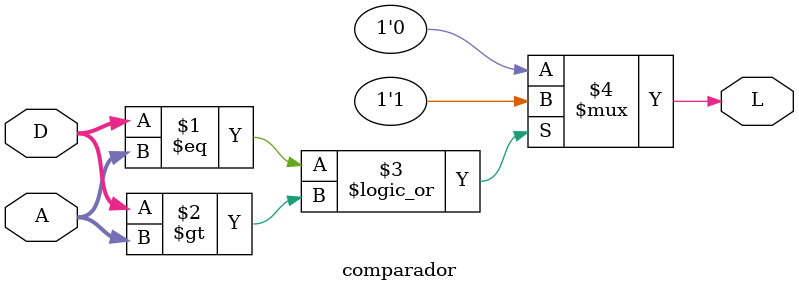
<source format=v>
`timescale 1ns / 1ps
module comparador
	#(parameter N = 5) // Comparador parametrizado, se usan 5 bits de resolución para los valores de temperatura que se comparan
	(
		input wire [N-1:0] D,     
		input wire [N-1:0] A,
		output wire  L
    );

assign L = (D == A || D > A) ? 1'b1 : 1'b0;   // Si el valor D es igual o mayor a A saca un bit en 1 si es menor saca un bit en 0


endmodule

</source>
